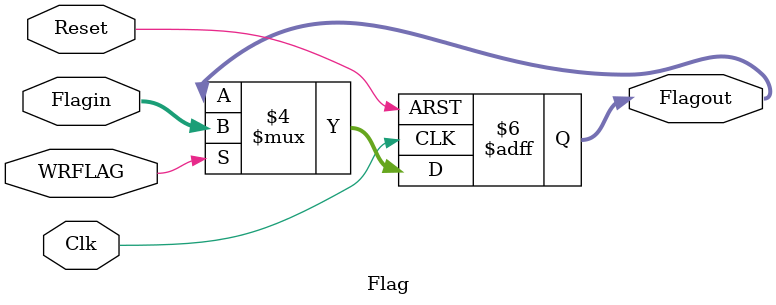
<source format=v>
`timescale 1ns / 1ps


module Flag(
     input wire [7:0] Flagin ,
     input wire       Clk    ,
     input wire       Reset  ,
     input wire       WRFLAG ,
     output reg [7:0] Flagout  = 8'h00
    );
    
    always@(posedge Clk ,posedge Reset )
    begin
        if(Reset)
            Flagout <= 8'h00;
        else 
            if(WRFLAG)
                Flagout <= Flagin;
            else
                Flagout <= Flagout;
    end
    
endmodule

</source>
